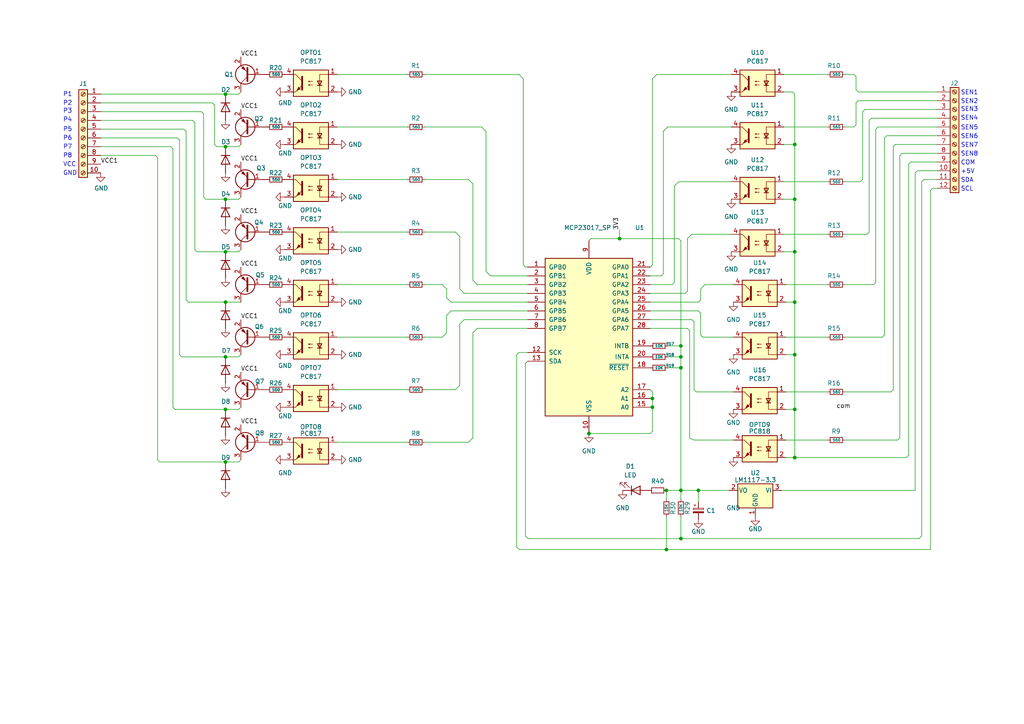
<source format=kicad_sch>
(kicad_sch (version 20250114) (generator "eeschema") (generator_version "9.0")
  (paper "A4")
  (lib_symbols
    (symbol "Connector:Screw_Terminal_01x10" (pin_names (offset 1.016) (hide yes))
      (property "Reference" "J" (at 0 12.7 0))
      (property "Value" "Screw_Terminal_01x10" (at 0 -15.24 0))
      (symbol "Screw_Terminal_01x10_1_1"
        (pin passive line (at -5.08 10.16 0) (length 3.81) (name "Pin_1") (number "1"))
        (pin passive line (at -5.08 7.62 0) (length 3.81) (name "Pin_2") (number "2"))
        (pin passive line (at -5.08 5.08 0) (length 3.81) (name "Pin_3") (number "3"))
        (pin passive line (at -5.08 2.54 0) (length 3.81) (name "Pin_4") (number "4"))
        (pin passive line (at -5.08 0 0) (length 3.81) (name "Pin_5") (number "5"))
        (pin passive line (at -5.08 -2.54 0) (length 3.81) (name "Pin_6") (number "6"))
        (pin passive line (at -5.08 -5.08 0) (length 3.81) (name "Pin_7") (number "7"))
        (pin passive line (at -5.08 -7.62 0) (length 3.81) (name "Pin_8") (number "8"))
        (pin passive line (at -5.08 -10.16 0) (length 3.81) (name "Pin_9") (number "9"))
        (pin passive line (at -5.08 -12.7 0) (length 3.81) (name "Pin_10") (number "10"))
      )
    )
    (symbol "Connector:Screw_Terminal_01x12" (pin_names (offset 1.016) (hide yes))
      (property "Reference" "J" (at 0 15.24 0))
      (property "Value" "Screw_Terminal_01x12" (at 0 -17.78 0))
      (symbol "Screw_Terminal_01x12_1_1"
        (pin passive line (at -5.08 12.7 0) (length 3.81) (name "Pin_1") (number "1"))
        (pin passive line (at -5.08 10.16 0) (length 3.81) (name "Pin_2") (number "2"))
        (pin passive line (at -5.08 7.62 0) (length 3.81) (name "Pin_3") (number "3"))
        (pin passive line (at -5.08 5.08 0) (length 3.81) (name "Pin_4") (number "4"))
        (pin passive line (at -5.08 2.54 0) (length 3.81) (name "Pin_5") (number "5"))
        (pin passive line (at -5.08 0 0) (length 3.81) (name "Pin_6") (number "6"))
        (pin passive line (at -5.08 -2.54 0) (length 3.81) (name "Pin_7") (number "7"))
        (pin passive line (at -5.08 -5.08 0) (length 3.81) (name "Pin_8") (number "8"))
        (pin passive line (at -5.08 -7.62 0) (length 3.81) (name "Pin_9") (number "9"))
        (pin passive line (at -5.08 -10.16 0) (length 3.81) (name "Pin_10") (number "10"))
        (pin passive line (at -5.08 -12.7 0) (length 3.81) (name "Pin_11") (number "11"))
        (pin passive line (at -5.08 -15.24 0) (length 3.81) (name "Pin_12") (number "12"))
      )
    )
    (symbol "Device:C_Polarized_Small" (pin_numbers (hide yes)) (pin_names (offset 0.254) (hide yes))
      (property "Reference" "C" (at 0.254 1.778 0))
      (property "Value" "C_Polarized_Small" (at 0.254 -2.032 0))
      (symbol "C_Polarized_Small_1_1"
        (pin passive line (at 0 2.54 270) (length 1.8542) (name "~") (number "1"))
        (pin passive line (at 0 -2.54 90) (length 1.8542) (name "~") (number "2"))
      )
    )
    (symbol "Device:LED" (pin_numbers (hide yes)) (pin_names (offset 1.016) (hide yes))
      (property "Reference" "D" (at 0 2.54 0))
      (property "Value" "LED" (at 0 -2.54 0))
      (symbol "LED_1_1"
        (pin passive line (at -3.81 0 0) (length 2.54) (name "K") (number "1"))
        (pin passive line (at 3.81 0 180) (length 2.54) (name "A") (number "2"))
      )
    )
    (symbol "Device:R_Small" (pin_numbers (hide yes)) (pin_names (offset 0.254) (hide yes))
      (property "Reference" "R" (at 0.762 0.508 0))
      (property "Value" "R_Small" (at 0.762 -1.016 0))
      (symbol "R_Small_1_1"
        (pin passive line (at 0 2.54 270) (length 0.762) (name "~") (number "1"))
        (pin passive line (at 0 -2.54 90) (length 0.762) (name "~") (number "2"))
      )
    )
    (symbol "Diode:1N4148" (pin_numbers (hide yes)) (pin_names (hide yes))
      (property "Reference" "D" (at 0 2.54 0))
      (property "Value" "1N4148" (at 0 -2.54 0))
      (symbol "1N4148_1_1"
        (pin passive line (at -3.81 0 0) (length 2.54) (name "K") (number "1"))
        (pin passive line (at 3.81 0 180) (length 2.54) (name "A") (number "2"))
      )
    )
    (symbol "Interface_Expansion:MCP23017_SP" (pin_names (offset 1.016))
      (property "Reference" "U1" (at -13.335 31.75 0))
      (property "Value" "MCP23017_SP" (at -10.16 31.75 0))
      (symbol "MCP23017_SP_1_1"
        (pin bidirectional line (at -17.78 20.32 0) (length 5.08) (name "GPA0") (number "21"))
        (pin bidirectional line (at -17.78 17.78 0) (length 5.08) (name "GPA1") (number "22"))
        (pin bidirectional line (at -17.78 15.24 0) (length 5.08) (name "GPA2") (number "23"))
        (pin bidirectional line (at -17.78 12.7 0) (length 5.08) (name "GPA3") (number "24"))
        (pin bidirectional line (at -17.78 10.16 0) (length 5.08) (name "GPA4") (number "25"))
        (pin bidirectional line (at -17.78 7.62 0) (length 5.08) (name "GPA5") (number "26"))
        (pin bidirectional line (at -17.78 5.08 0) (length 5.08) (name "GPA6") (number "27"))
        (pin bidirectional line (at -17.78 2.54 0) (length 5.08) (name "GPA7") (number "28"))
        (pin tri_state line (at -17.78 -2.54 0) (length 5.08) (name "INTB") (number "19"))
        (pin tri_state line (at -17.78 -5.715 0) (length 5.08) (name "INTA") (number "20"))
        (pin input line (at -17.78 -8.89 0) (length 5.08) (name "~{RESET}") (number "18"))
        (pin input line (at -17.78 -15.24 0) (length 5.08) (name "A2") (number "17"))
        (pin input line (at -17.78 -17.78 0) (length 5.08) (name "A1") (number "16"))
        (pin input line (at -17.78 -20.32 0) (length 5.08) (name "A0") (number "15"))
        (pin power_in line (at 0 27.94 270) (length 5.08) (name "VDD") (number "9"))
        (pin power_in line (at 0 -27.94 90) (length 5.08) (name "VSS") (number "10"))
        (pin bidirectional line (at 17.78 20.32 180) (length 5.08) (name "GPB0") (number "1"))
        (pin bidirectional line (at 17.78 17.78 180) (length 5.08) (name "GPB1") (number "2"))
        (pin bidirectional line (at 17.78 15.24 180) (length 5.08) (name "GPB2") (number "3"))
        (pin bidirectional line (at 17.78 12.7 180) (length 5.08) (name "GPB3") (number "4"))
        (pin bidirectional line (at 17.78 10.16 180) (length 5.08) (name "GPB4") (number "5"))
        (pin bidirectional line (at 17.78 7.62 180) (length 5.08) (name "GPB5") (number "6"))
        (pin bidirectional line (at 17.78 5.08 180) (length 5.08) (name "GPB6") (number "7"))
        (pin bidirectional line (at 17.78 2.54 180) (length 5.08) (name "GPB7") (number "8"))
        (pin input line (at 17.78 -4.445 180) (length 5.08) (name "SCK") (number "12"))
        (pin bidirectional line (at 17.78 -6.985 180) (length 5.08) (name "SDA") (number "13"))
        (pin no_connect line (at 17.78 -17.78 180) (length 5.08) (hide yes) (name "NC") (number "11"))
        (pin no_connect line (at 17.78 -20.32 180) (length 5.08) (hide yes) (name "NC") (number "14"))
      )
    )
    (symbol "Isolator:PC817" (pin_names (offset 1.016))
      (property "Reference" "U" (at -5.08 5.08 0))
      (property "Value" "PC817" (at 0 5.08 0))
      (symbol "PC817_1_1"
        (pin passive line (at -7.62 2.54 0) (length 2.54) (name "~") (number "1"))
        (pin passive line (at -7.62 -2.54 0) (length 2.54) (name "~") (number "2"))
        (pin passive line (at 7.62 2.54 180) (length 2.54) (name "~") (number "4"))
        (pin passive line (at 7.62 -2.54 180) (length 2.54) (name "~") (number "3"))
      )
    )
    (symbol "Q_PNP_BCE_2" (pin_names (offset 0) (hide yes))
      (property "Reference" "Q9" (at -4.445 0 0))
      (property "Value" "2N5401" (at -4.445 -2.54 0))
      (symbol "Q_PNP_BCE_2_1_1"
        (pin input line (at -5.08 0 0) (length 5.715) (name "B") (number "1"))
        (pin passive line (at 2.54 5.08 270) (length 2.54) (name "C") (number "3"))
        (pin passive line (at 2.54 -5.08 90) (length 2.54) (name "E") (number "2"))
      )
    )
    (symbol "Regulator_Linear:LM1117-3.3" (pin_names (offset 0.254))
      (property "Reference" "U" (at -3.81 3.175 0))
      (property "Value" "LM1117-3.3" (at 0 3.175 0))
      (symbol "LM1117-3.3_1_1"
        (pin power_in line (at -7.62 0 0) (length 2.54) (name "VI") (number "3"))
        (pin power_in line (at 0 -7.62 90) (length 2.54) (name "GND") (number "1"))
        (pin power_out line (at 7.62 0 180) (length 2.54) (name "VO") (number "2"))
      )
    )
    (symbol "power:GND" (power) (pin_names (offset 0))
      (property "Value" "GND" (at 0 -3.81 0))
      (symbol "GND_1_1"
        (pin power_in line (at 0 0 270) (length 0) (hide yes) (name "GND") (number "1"))
      )
    )
  )
  (text "VCC" (at 18.288 48.514 0) (effects (font (size 1.27 1.27)) (justify left bottom)))
  (text "P6" (at 18.288 40.894 0) (effects (font (size 1.27 1.27)) (justify left bottom)))
  (text "P5" (at 18.288 38.354 0) (effects (font (size 1.27 1.27)) (justify left bottom)))
  (text "SEN5" (at 278.638 37.846 0) (effects (font (size 1.27 1.27)) (justify left bottom)))
  (text "P4" (at 18.288 35.56 0) (effects (font (size 1.27 1.27)) (justify left bottom)))
  (text "SDA" (at 278.638 53.086 0) (effects (font (size 1.27 1.27)) (justify left bottom)))
  (text "P7" (at 18.288 43.434 0) (effects (font (size 1.27 1.27)) (justify left bottom)))
  (text "SEN3" (at 278.638 32.512 0) (effects (font (size 1.27 1.27)) (justify left bottom)))
  (text "COM" (at 278.638 48.006 0) (effects (font (size 1.27 1.27)) (justify left bottom)))
  (text "+5V" (at 278.638 50.546 0) (effects (font (size 1.27 1.27)) (justify left bottom)))
  (text "GND" (at 18.288 51.054 0) (effects (font (size 1.27 1.27)) (justify left bottom)))
  (text "P2" (at 18.288 30.734 0) (effects (font (size 1.27 1.27)) (justify left bottom)))
  (text "SEN6" (at 278.638 40.386 0) (effects (font (size 1.27 1.27)) (justify left bottom)))
  (text "SEN4" (at 278.638 35.052 0) (effects (font (size 1.27 1.27)) (justify left bottom)))
  (text "SCL" (at 278.638 55.626 0) (effects (font (size 1.27 1.27)) (justify left bottom)))
  (text "P3" (at 18.288 33.02 0) (effects (font (size 1.27 1.27)) (justify left bottom)))
  (text "P8" (at 18.288 45.974 0) (effects (font (size 1.27 1.27)) (justify left bottom)))
  (text "SEN8" (at 278.638 45.466 0) (effects (font (size 1.27 1.27)) (justify left bottom)))
  (text "P1" (at 18.288 28.194 0) (effects (font (size 1.27 1.27)) (justify left bottom)))
  (text "SEN1" (at 278.638 27.686 0) (effects (font (size 1.27 1.27)) (justify left bottom)))
  (text "SEN7" (at 278.638 42.926 0) (effects (font (size 1.27 1.27)) (justify left bottom)))
  (text "SEN2" (at 278.638 30.226 0) (effects (font (size 1.27 1.27)) (justify left bottom)))
  (junction (at 197.485 100.33))
  (junction (at 189.23 115.57))
  (junction (at 65.405 27.305))
  (junction (at 230.505 132.715))
  (junction (at 230.505 57.785))
  (junction (at 230.505 41.91))
  (junction (at 197.485 156.21))
  (junction (at 65.405 133.985))
  (junction (at 65.405 42.545))
  (junction (at 197.485 103.505))
  (junction (at 230.505 87.63))
  (junction (at 65.405 118.745))
  (junction (at 65.405 103.505))
  (junction (at 170.815 125.73))
  (junction (at 230.505 118.745))
  (junction (at 65.405 73.025))
  (junction (at 65.405 87.63))
  (junction (at 197.485 142.24))
  (junction (at 230.505 73.025))
  (junction (at 189.23 118.11))
  (junction (at 230.505 102.87))
  (junction (at 65.405 57.785))
  (junction (at 197.485 106.68))
  (junction (at 202.565 142.24))
  (junction (at 179.705 69.215))
  (junction (at 193.294 159.385))
  (junction (at 193.294 142.24))
  (wire (pts (xy 229.87 26.67) (xy 230.505 27.305)))
  (wire (pts (xy 118.11 67.31) (xy 97.79 67.31)))
  (wire (pts (xy 52.705 103.505) (xy 65.405 103.505)))
  (wire (pts (xy 134.62 92.71) (xy 133.35 93.98)))
  (wire (pts (xy 129.54 83.82) (xy 128.27 82.55)))
  (wire (pts (xy 197.485 149.86) (xy 197.485 156.21)))
  (wire (pts (xy 65.405 87.63) (xy 69.85 87.63)))
  (wire (pts (xy 58.42 32.385) (xy 59.055 33.02)))
  (wire (pts (xy 201.93 113.665) (xy 212.725 113.665)))
  (wire (pts (xy 252.095 34.925) (xy 252.73 34.29)))
  (wire (pts (xy 259.715 41.91) (xy 271.78 41.91)))
  (wire (pts (xy 202.565 90.17) (xy 203.2 90.805)))
  (wire (pts (xy 230.505 118.745) (xy 230.505 132.715)))
  (wire (pts (xy 137.16 127) (xy 135.89 128.27)))
  (wire (pts (xy 29.21 34.925) (xy 55.88 34.925)))
  (wire (pts (xy 264.16 46.99) (xy 271.78 46.99)))
  (wire (pts (xy 245.11 52.705) (xy 249.555 52.705)))
  (wire (pts (xy 50.165 118.11) (xy 50.8 118.745)))
  (wire (pts (xy 65.405 42.545) (xy 69.215 42.545)))
  (wire (pts (xy 260.985 127) (xy 260.35 127.635)))
  (wire (pts (xy 197.485 106.68) (xy 197.485 142.24)))
  (wire (pts (xy 248.285 26.035) (xy 248.92 26.67)))
  (wire (pts (xy 45.085 45.085) (xy 45.72 45.72)))
  (wire (pts (xy 245.11 127.635) (xy 260.35 127.635)))
  (wire (pts (xy 138.43 95.25) (xy 153.035 95.25)))
  (wire (pts (xy 202.565 145.542) (xy 202.565 142.24)))
  (wire (pts (xy 137.16 53.34) (xy 135.89 52.07)))
  (wire (pts (xy 250.19 52.07) (xy 250.19 32.385)))
  (wire (pts (xy 50.8 118.745) (xy 65.405 118.745)))
  (wire (pts (xy 230.505 102.87) (xy 230.505 118.745)))
  (wire (pts (xy 142.24 80.01) (xy 153.035 80.01)))
  (wire (pts (xy 128.27 97.79) (xy 123.19 97.79)))
  (wire (pts (xy 194.945 82.55) (xy 195.58 81.915)))
  (wire (pts (xy 197.485 156.21) (xy 266.573 156.21)))
  (wire (pts (xy 149.86 102.87) (xy 149.86 158.623)))
  (wire (pts (xy 153.162 156.21) (xy 197.485 156.21)))
  (wire (pts (xy 267.97 52.07) (xy 271.78 52.07)))
  (wire (pts (xy 227.965 87.63) (xy 230.505 87.63)))
  (wire (pts (xy 230.505 132.715) (xy 227.965 132.715)))
  (wire (pts (xy 69.215 133.985) (xy 69.85 133.35)))
  (wire (pts (xy 152.4 77.47) (xy 153.035 77.47)))
  (wire (pts (xy 247.65 21.59) (xy 248.285 22.225)))
  (wire (pts (xy 259.08 42.545) (xy 259.715 41.91)))
  (wire (pts (xy 254 37.465) (xy 254.635 36.83)))
  (wire (pts (xy 188.595 118.11) (xy 189.23 118.11)))
  (wire (pts (xy 250.825 31.75) (xy 271.78 31.75)))
  (wire (pts (xy 134.62 85.09) (xy 133.35 83.82)))
  (wire (pts (xy 193.675 103.505) (xy 197.485 103.505)))
  (wire (pts (xy 260.985 45.085) (xy 260.985 127)))
  (wire (pts (xy 196.85 52.705) (xy 212.09 52.705)))
  (wire (pts (xy 65.405 133.985) (xy 69.215 133.985)))
  (wire (pts (xy 189.23 22.86) (xy 189.23 76.835)))
  (wire (pts (xy 227.33 21.59) (xy 240.03 21.59)))
  (wire (pts (xy 252.73 34.29) (xy 271.78 34.29)))
  (wire (pts (xy 133.35 111.76) (xy 132.08 113.03)))
  (wire (pts (xy 149.86 158.623) (xy 150.622 159.385)))
  (wire (pts (xy 53.34 37.465) (xy 53.975 38.1)))
  (wire (pts (xy 129.54 86.36) (xy 129.54 83.82)))
  (wire (pts (xy 142.24 80.01) (xy 140.97 78.74)))
  (wire (pts (xy 59.055 33.02) (xy 59.055 57.15)))
  (wire (pts (xy 248.285 22.225) (xy 248.285 26.035)))
  (wire (pts (xy 179.705 66.675) (xy 179.705 69.215)))
  (wire (pts (xy 50.165 43.18) (xy 50.165 118.11)))
  (wire (pts (xy 201.295 113.03) (xy 201.93 113.665)))
  (wire (pts (xy 192.405 38.1) (xy 192.405 79.375)))
  (wire (pts (xy 261.62 44.45) (xy 271.78 44.45)))
  (wire (pts (xy 265.43 50.165) (xy 266.065 49.53)))
  (wire (pts (xy 45.72 133.35) (xy 46.355 133.985)))
  (wire (pts (xy 29.21 42.545) (xy 49.53 42.545)))
  (wire (pts (xy 52.07 102.87) (xy 52.705 103.505)))
  (wire (pts (xy 57.15 73.025) (xy 65.405 73.025)))
  (wire (pts (xy 191.77 80.01) (xy 192.405 79.375)))
  (wire (pts (xy 123.19 52.07) (xy 135.89 52.07)))
  (wire (pts (xy 179.705 69.215) (xy 196.85 69.215)))
  (wire (pts (xy 260.985 45.085) (xy 261.62 44.45)))
  (wire (pts (xy 201.295 127.635) (xy 212.725 127.635)))
  (wire (pts (xy 132.08 67.31) (xy 123.19 67.31)))
  (wire (pts (xy 193.675 100.33) (xy 197.485 100.33)))
  (wire (pts (xy 69.85 26.67) (xy 69.215 27.305)))
  (wire (pts (xy 251.46 67.945) (xy 252.095 67.31)))
  (wire (pts (xy 55.88 34.925) (xy 56.515 35.56)))
  (wire (pts (xy 62.865 42.545) (xy 65.405 42.545)))
  (wire (pts (xy 226.695 142.24) (xy 265.43 142.24)))
  (wire (pts (xy 65.405 27.305) (xy 69.215 27.305)))
  (wire (pts (xy 188.595 92.71) (xy 200.66 92.71)))
  (wire (pts (xy 29.21 45.085) (xy 45.085 45.085)))
  (wire (pts (xy 203.2 90.805) (xy 203.2 97.155)))
  (wire (pts (xy 138.43 95.25) (xy 137.16 96.52)))
  (wire (pts (xy 245.11 36.83) (xy 247.65 36.83)))
  (wire (pts (xy 62.23 41.91) (xy 62.865 42.545)))
  (wire (pts (xy 130.81 87.63) (xy 129.54 86.36)))
  (wire (pts (xy 188.595 95.25) (xy 199.39 95.25)))
  (wire (pts (xy 189.23 115.57) (xy 189.23 118.11)))
  (wire (pts (xy 188.595 80.01) (xy 191.77 80.01)))
  (wire (pts (xy 250.19 32.385) (xy 250.825 31.75)))
  (wire (pts (xy 269.875 55.245) (xy 269.875 159.385)))
  (wire (pts (xy 200.66 67.945) (xy 212.09 67.945)))
  (wire (pts (xy 199.39 95.25) (xy 200.025 95.885)))
  (wire (pts (xy 230.505 27.305) (xy 230.505 41.91)))
  (wire (pts (xy 137.16 96.52) (xy 137.16 127)))
  (wire (pts (xy 203.2 83.82) (xy 203.2 86.995)))
  (wire (pts (xy 134.62 92.71) (xy 153.035 92.71)))
  (wire (pts (xy 29.21 40.005) (xy 51.435 40.005)))
  (wire (pts (xy 254.635 36.83) (xy 271.78 36.83)))
  (wire (pts (xy 118.11 128.27) (xy 97.79 128.27)))
  (wire (pts (xy 271.78 54.61) (xy 270.51 54.61)))
  (wire (pts (xy 267.335 52.705) (xy 267.97 52.07)))
  (wire (pts (xy 263.525 47.625) (xy 263.525 132.08)))
  (wire (pts (xy 256.54 40.005) (xy 256.54 97.155)))
  (wire (pts (xy 249.555 52.705) (xy 250.19 52.07)))
  (wire (pts (xy 199.39 69.215) (xy 199.39 84.455)))
  (wire (pts (xy 29.21 37.465) (xy 53.34 37.465)))
  (wire (pts (xy 69.215 57.785) (xy 69.85 57.15)))
  (wire (pts (xy 130.81 87.63) (xy 153.035 87.63)))
  (wire (pts (xy 29.21 32.385) (xy 58.42 32.385)))
  (wire (pts (xy 193.675 36.83) (xy 212.09 36.83)))
  (wire (pts (xy 199.39 69.215) (xy 200.66 67.945)))
  (wire (pts (xy 140.97 38.1) (xy 139.7 36.83)))
  (wire (pts (xy 118.11 97.79) (xy 97.79 97.79)))
  (wire (pts (xy 132.08 113.03) (xy 123.19 113.03)))
  (wire (pts (xy 254 81.915) (xy 254 37.465)))
  (wire (pts (xy 118.11 52.07) (xy 97.79 52.07)))
  (wire (pts (xy 227.33 67.945) (xy 240.03 67.945)))
  (wire (pts (xy 153.035 104.775) (xy 152.4 105.41)))
  (wire (pts (xy 202.565 142.24) (xy 211.455 142.24)))
  (wire (pts (xy 69.215 103.505) (xy 69.85 102.87)))
  (wire (pts (xy 69.215 118.745) (xy 69.85 118.11)))
  (wire (pts (xy 201.295 93.345) (xy 201.295 113.03)))
  (wire (pts (xy 123.19 36.83) (xy 139.7 36.83)))
  (wire (pts (xy 248.285 29.845) (xy 248.92 29.21)))
  (wire (pts (xy 65.405 118.745) (xy 69.215 118.745)))
  (wire (pts (xy 188.595 125.73) (xy 189.23 125.095)))
  (wire (pts (xy 151.765 22.86) (xy 150.495 21.59)))
  (wire (pts (xy 197.485 142.24) (xy 193.294 142.24)))
  (wire (pts (xy 52.07 40.64) (xy 52.07 102.87)))
  (wire (pts (xy 54.61 87.63) (xy 65.405 87.63)))
  (wire (pts (xy 56.515 35.56) (xy 56.515 72.39)))
  (wire (pts (xy 46.355 133.985) (xy 65.405 133.985)))
  (wire (pts (xy 200.025 95.885) (xy 200.025 127)))
  (wire (pts (xy 140.97 78.74) (xy 140.97 38.1)))
  (wire (pts (xy 49.53 42.545) (xy 50.165 43.18)))
  (wire (pts (xy 138.43 82.55) (xy 137.16 81.28)))
  (wire (pts (xy 197.485 144.78) (xy 197.485 142.24)))
  (wire (pts (xy 227.965 82.55) (xy 240.03 82.55)))
  (wire (pts (xy 247.65 36.83) (xy 248.285 36.195)))
  (wire (pts (xy 248.285 36.195) (xy 248.285 29.845)))
  (wire (pts (xy 204.47 82.55) (xy 212.725 82.55)))
  (wire (pts (xy 203.835 97.79) (xy 212.725 97.79)))
  (wire (pts (xy 230.505 73.025) (xy 230.505 57.785)))
  (wire (pts (xy 262.89 132.715) (xy 230.505 132.715)))
  (wire (pts (xy 133.35 93.98) (xy 133.35 111.76)))
  (wire (pts (xy 227.33 36.83) (xy 240.03 36.83)))
  (wire (pts (xy 270.51 54.61) (xy 269.875 55.245)))
  (wire (pts (xy 151.765 22.86) (xy 151.765 76.835)))
  (wire (pts (xy 264.16 46.99) (xy 263.525 47.625)))
  (wire (pts (xy 203.2 97.155) (xy 203.835 97.79)))
  (wire (pts (xy 193.294 142.24) (xy 193.294 144.78)))
  (wire (pts (xy 245.11 67.945) (xy 251.46 67.945)))
  (wire (pts (xy 230.505 41.91) (xy 227.33 41.91)))
  (wire (pts (xy 53.975 86.995) (xy 54.61 87.63)))
  (wire (pts (xy 65.405 57.785) (xy 69.215 57.785)))
  (wire (pts (xy 53.975 38.1) (xy 53.975 86.995)))
  (wire (pts (xy 29.21 27.305) (xy 65.405 27.305)))
  (wire (pts (xy 150.495 102.235) (xy 153.035 102.235)))
  (wire (pts (xy 130.81 90.17) (xy 153.035 90.17)))
  (wire (pts (xy 138.43 82.55) (xy 153.035 82.55)))
  (wire (pts (xy 245.11 82.55) (xy 253.365 82.55)))
  (wire (pts (xy 130.81 90.17) (xy 129.54 91.44)))
  (wire (pts (xy 227.965 97.79) (xy 240.03 97.79)))
  (wire (pts (xy 248.92 29.21) (xy 271.78 29.21)))
  (wire (pts (xy 188.595 113.03) (xy 189.23 113.665)))
  (wire (pts (xy 69.215 73.025) (xy 69.85 72.39)))
  (wire (pts (xy 137.16 81.28) (xy 137.16 53.34)))
  (wire (pts (xy 188.595 77.47) (xy 189.23 76.835)))
  (wire (pts (xy 197.485 103.505) (xy 197.485 106.68)))
  (wire (pts (xy 128.27 82.55) (xy 123.19 82.55)))
  (wire (pts (xy 133.35 83.82) (xy 133.35 68.58)))
  (wire (pts (xy 188.595 125.73) (xy 170.815 125.73)))
  (wire (pts (xy 253.365 82.55) (xy 254 81.915)))
  (wire (pts (xy 123.19 21.59) (xy 150.495 21.59)))
  (wire (pts (xy 259.08 42.545) (xy 259.08 113.03)))
  (wire (pts (xy 97.79 21.59) (xy 118.11 21.59)))
  (wire (pts (xy 61.595 29.845) (xy 62.23 30.48)))
  (wire (pts (xy 188.595 115.57) (xy 189.23 115.57)))
  (wire (pts (xy 245.11 113.665) (xy 258.445 113.665)))
  (wire (pts (xy 227.965 127.635) (xy 240.03 127.635)))
  (wire (pts (xy 193.294 159.385) (xy 269.875 159.385)))
  (wire (pts (xy 197.485 100.33) (xy 197.485 103.505)))
  (wire (pts (xy 258.445 113.665) (xy 259.08 113.03)))
  (wire (pts (xy 227.965 118.745) (xy 230.505 118.745)))
  (wire (pts (xy 245.11 97.79) (xy 255.905 97.79)))
  (wire (pts (xy 133.35 68.58) (xy 132.08 67.31)))
  (wire (pts (xy 129.54 91.44) (xy 129.54 96.52)))
  (wire (pts (xy 118.11 36.83) (xy 97.79 36.83)))
  (wire (pts (xy 171.45 69.215) (xy 179.705 69.215)))
  (wire (pts (xy 152.4 105.41) (xy 152.4 155.448)))
  (wire (pts (xy 134.62 85.09) (xy 153.035 85.09)))
  (wire (pts (xy 188.595 82.55) (xy 194.945 82.55)))
  (wire (pts (xy 29.21 29.845) (xy 61.595 29.845)))
  (wire (pts (xy 170.815 69.85) (xy 171.45 69.215)))
  (wire (pts (xy 65.405 73.025) (xy 69.215 73.025)))
  (wire (pts (xy 266.573 156.21) (xy 267.335 155.448)))
  (wire (pts (xy 256.54 40.005) (xy 257.175 39.37)))
  (wire (pts (xy 45.72 45.72) (xy 45.72 133.35)))
  (wire (pts (xy 51.435 40.005) (xy 52.07 40.64)))
  (wire (pts (xy 200.66 92.71) (xy 201.295 93.345)))
  (wire (pts (xy 230.505 87.63) (xy 230.505 73.025)))
  (wire (pts (xy 230.505 102.87) (xy 230.505 87.63)))
  (wire (pts (xy 195.58 53.975) (xy 196.85 52.705)))
  (wire (pts (xy 62.23 30.48) (xy 62.23 41.91)))
  (wire (pts (xy 189.23 118.11) (xy 189.23 125.095)))
  (wire (pts (xy 202.565 87.63) (xy 203.2 86.995)))
  (wire (pts (xy 188.595 87.63) (xy 202.565 87.63)))
  (wire (pts (xy 197.485 142.24) (xy 202.565 142.24)))
  (wire (pts (xy 227.33 52.705) (xy 240.03 52.705)))
  (wire (pts (xy 230.505 57.785) (xy 230.505 41.91)))
  (wire (pts (xy 56.515 72.39) (xy 57.15 73.025)))
  (wire (pts (xy 151.765 76.835) (xy 152.4 77.47)))
  (wire (pts (xy 255.905 97.79) (xy 256.54 97.155)))
  (wire (pts (xy 118.11 82.55) (xy 97.79 82.55)))
  (wire (pts (xy 267.335 155.448) (xy 267.335 52.705)))
  (wire (pts (xy 135.89 128.27) (xy 123.19 128.27)))
  (wire (pts (xy 227.33 26.67) (xy 229.87 26.67)))
  (wire (pts (xy 59.69 57.785) (xy 65.405 57.785)))
  (wire (pts (xy 189.23 113.665) (xy 189.23 115.57)))
  (wire (pts (xy 265.43 50.165) (xy 265.43 142.24)))
  (wire (pts (xy 198.755 85.09) (xy 199.39 84.455)))
  (wire (pts (xy 204.47 82.55) (xy 203.2 83.82)))
  (wire (pts (xy 189.23 22.86) (xy 190.5 21.59)))
  (wire (pts (xy 188.595 90.17) (xy 202.565 90.17)))
  (wire (pts (xy 198.755 85.09) (xy 188.595 85.09)))
  (wire (pts (xy 266.065 49.53) (xy 271.78 49.53)))
  (wire (pts (xy 69.85 41.91) (xy 69.215 42.545)))
  (wire (pts (xy 190.5 21.59) (xy 212.09 21.59)))
  (wire (pts (xy 200.025 127) (xy 201.295 127.635)))
  (wire (pts (xy 227.965 102.87) (xy 230.505 102.87)))
  (wire (pts (xy 197.485 69.85) (xy 197.485 100.33)))
  (wire (pts (xy 193.675 106.68) (xy 197.485 106.68)))
  (wire (pts (xy 245.11 21.59) (xy 247.65 21.59)))
  (wire (pts (xy 227.965 113.665) (xy 240.03 113.665)))
  (wire (pts (xy 192.405 38.1) (xy 193.675 36.83)))
  (wire (pts (xy 252.095 67.31) (xy 252.095 34.925)))
  (wire (pts (xy 263.525 132.08) (xy 262.89 132.715)))
  (wire (pts (xy 65.405 103.505) (xy 69.215 103.505)))
  (wire (pts (xy 227.33 73.025) (xy 230.505 73.025)))
  (wire (pts (xy 227.33 57.785) (xy 230.505 57.785)))
  (wire (pts (xy 152.4 155.448) (xy 153.162 156.21)))
  (wire (pts (xy 59.055 57.15) (xy 59.69 57.785)))
  (wire (pts (xy 195.58 81.915) (xy 195.58 53.975)))
  (wire (pts (xy 248.92 26.67) (xy 271.78 26.67)))
  (wire (pts (xy 149.86 102.87) (xy 150.495 102.235)))
  (wire (pts (xy 129.54 96.52) (xy 128.27 97.79)))
  (wire (pts (xy 193.294 159.385) (xy 150.622 159.385)))
  (wire (pts (xy 257.175 39.37) (xy 271.78 39.37)))
  (wire (pts (xy 196.85 69.215) (xy 197.485 69.85)))
  (wire (pts (xy 118.11 113.03) (xy 97.79 113.03)))
  (wire (pts (xy 193.294 149.86) (xy 193.294 159.385)))
  (label "VCC1" (at 69.85 123.19 0))
  (label "VCC1" (at 69.85 107.95 0))
  (label "VCC1" (at 69.85 16.51 0))
  (label "VCC1" (at 69.85 77.47 0))
  (label "VCC1" (at 69.85 92.71 0))
  (label "3V3" (at 179.705 66.675 90))
  (label "com" (at 242.57 118.745 0))
  (label "VCC1" (at 69.85 46.99 0))
  (label "VCC1" (at 69.85 31.75 0))
  (label "VCC1" (at 69.85 62.23 0))
  (label "VCC1" (at 29.21 47.625 0))
  (symbol (lib_id "Device:R_Small") (at 120.65 82.55 90) (unit 1)
    (property "Reference" "R5" (at 121.92 80.01 90) (effects (justify left)))
    (property "Value" "560" (at 121.92 82.55 90) (effects (font (size 0.8 0.8)) (justify left)))
    (property "Footprint" "Resistor_SMD:R_0805_2012Metric" (effects (hide yes)))
  )
  (symbol (lib_id "power:GND") (at 65.405 65.405 0) (unit 1)
    (property "Reference" "#PWR0112" (effects (hide yes)))
    (property "Value" "GND" (effects (hide yes)))
  )
  (symbol (lib_id "Device:R_Small") (at 242.57 97.79 90) (unit 1)
    (property "Reference" "R15" (at 243.84 95.25 90) (effects (justify left)))
    (property "Value" "560" (at 243.84 97.79 90) (effects (font (size 0.8 0.8)) (justify left)))
    (property "Footprint" "Resistor_SMD:R_0805_2012Metric" (effects (hide yes)))
  )
  (symbol (lib_id "Connector:Screw_Terminal_01x12") (at 276.86 39.37 0) (unit 1)
    (property "Reference" "J2" (at 275.59 24.13 0) (effects (justify left)))
    (property "Value" "Screw_Terminal_01x12" (effects (hide yes)))
    (property "Footprint" "TerminalBlock_Phoenix:TerminalBlock_Phoenix_MKDS-1,5-12-5.08_1x12_P5.08mm_Horizontal" (effects (hide yes)))
  )
  (symbol (lib_id "Isolator:PC817") (at 90.17 24.13 0) (mirror y) (unit 1)
    (property "Reference" "OPTO1" (at 90.17 15.24 0))
    (property "Value" "PC817" (at 90.17 17.78 0))
    (property "Footprint" "my_footprint:SO-4_7.6x3.6mm_P2.54mm_1234" (effects (hide yes)))
    (property "Datasheet" "http://www.soselectronic.cz/a_info/resource/d/pc817.pdf" (effects (hide yes)))
  )
  (symbol (lib_id "Device:R_Small") (at 80.01 21.59 90) (unit 1)
    (property "Reference" "R20" (at 81.915 19.685 90) (effects (justify left)))
    (property "Value" "560" (at 81.28 21.59 90) (effects (font (size 0.8 0.8)) (justify left)))
    (property "Footprint" "Resistor_SMD:R_0805_2012Metric" (effects (hide yes)))
  )
  (symbol (lib_id "Isolator:PC817") (at 219.71 24.13 0) (mirror y) (unit 1)
    (property "Reference" "U10" (at 219.71 15.24 0))
    (property "Value" "PC817" (at 219.71 17.78 0))
    (property "Footprint" "my_footprint:SO-4_7.6x3.6mm_P2.54mm_1234" (effects (hide yes)))
    (property "Datasheet" "http://www.soselectronic.cz/a_info/resource/d/pc817.pdf" (effects (hide yes)))
  )
  (symbol (lib_id "power:GND") (at 82.55 102.87 270) (unit 1)
    (property "Reference" "#PWR0117" (effects (hide yes)))
    (property "Value" "GND" (at 80.645 106.045 90) (effects (justify left)))
  )
  (symbol (lib_id "Isolator:PC817") (at 220.345 116.205 0) (mirror y) (unit 1)
    (property "Reference" "U16" (at 220.345 107.315 0))
    (property "Value" "PC817" (at 220.345 109.855 0))
    (property "Footprint" "my_footprint:SO-4_7.6x3.6mm_P2.54mm_1234" (effects (hide yes)))
    (property "Datasheet" "http://www.soselectronic.cz/a_info/resource/d/pc817.pdf" (effects (hide yes)))
  )
  (symbol (lib_id "Device:R_Small") (at 191.135 106.68 90) (unit 1)
    (property "Reference" "R19" (at 195.58 106.045 90) (effects (font (size 0.8 0.8)) (justify left)))
    (property "Value" "10K" (at 192.405 106.68 90) (effects (font (size 0.8 0.8)) (justify left)))
    (property "Footprint" "Resistor_SMD:R_0805_2012Metric" (effects (hide yes)))
  )
  (symbol (lib_id "Diode:1N4148") (at 65.405 122.555 270) (unit 1)
    (property "Reference" "D8" (at 64.135 116.459 90) (effects (justify left)))
    (property "Value" "1N4148" (effects (hide yes)))
    (property "Footprint" "Diode_SMD:D_1206_3216Metric" (effects (hide yes)))
    (property "Datasheet" "https://assets.nexperia.com/documents/data-sheet/1N4148_1N4448.pdf" (effects (hide yes)))
  )
  (symbol (lib_id "power:GND") (at 65.405 126.365 0) (unit 1)
    (property "Reference" "#PWR0121" (effects (hide yes)))
    (property "Value" "GND" (effects (hide yes)))
  )
  (symbol (lib_id "power:GND") (at 212.725 118.745 0) (unit 1)
    (property "Reference" "#PWR0135" (effects (hide yes)))
    (property "Value" "GND" (at 212.725 122.555 0))
  )
  (symbol (lib_id "power:GND") (at 212.09 26.67 0) (unit 1)
    (property "Reference" "#PWR0129" (effects (hide yes)))
    (property "Value" "GND" (at 212.09 31.75 0))
  )
  (symbol (lib_id "power:GND") (at 97.79 118.11 90) (unit 1)
    (property "Reference" "#PWR0116" (effects (hide yes)))
    (property "Value" "GND" (at 100.965 118.1099 90) (effects (justify right)))
  )
  (symbol (lib_id "Device:R_Small") (at 120.65 36.83 90) (unit 1)
    (property "Reference" "R2" (at 121.92 34.29 90) (effects (justify left)))
    (property "Value" "560" (at 121.92 36.83 90) (effects (font (size 0.8 0.8)) (justify left)))
    (property "Footprint" "Resistor_SMD:R_0805_2012Metric" (effects (hide yes)))
  )
  (symbol (lib_id "power:GND") (at 97.79 26.67 90) (unit 1)
    (property "Reference" "#PWR0128" (effects (hide yes)))
    (property "Value" "GND" (at 100.965 26.6699 90) (effects (justify right)))
  )
  (symbol (lib_id "Isolator:PC817") (at 90.17 39.37 0) (mirror y) (unit 1)
    (property "Reference" "OPTO2" (at 90.17 30.48 0))
    (property "Value" "PC817" (at 90.17 33.02 0))
    (property "Footprint" "my_footprint:SO-4_7.6x3.6mm_P2.54mm_1234" (effects (hide yes)))
    (property "Datasheet" "http://www.soselectronic.cz/a_info/resource/d/pc817.pdf" (effects (hide yes)))
  )
  (symbol (lib_id "Device:R_Small") (at 242.57 67.945 90) (unit 1)
    (property "Reference" "R13" (at 243.84 65.405 90) (effects (justify left)))
    (property "Value" "560" (at 243.84 67.945 90) (effects (font (size 0.8 0.8)) (justify left)))
    (property "Footprint" "Resistor_SMD:R_0805_2012Metric" (effects (hide yes)))
  )
  (symbol (lib_id "Device:R_Small") (at 120.65 67.31 90) (unit 1)
    (property "Reference" "R4" (at 121.92 64.77 90) (effects (justify left)))
    (property "Value" "560" (at 121.92 67.31 90) (effects (font (size 0.8 0.8)) (justify left)))
    (property "Footprint" "Resistor_SMD:R_0805_2012Metric" (effects (hide yes)))
  )
  (symbol (lib_id "Isolator:PC817") (at 90.17 85.09 0) (mirror y) (unit 1)
    (property "Reference" "OPTO5" (at 90.17 76.2 0))
    (property "Value" "PC817" (at 90.17 78.74 0))
    (property "Footprint" "my_footprint:SO-4_7.6x3.6mm_P2.54mm_1234" (effects (hide yes)))
    (property "Datasheet" "http://www.soselectronic.cz/a_info/resource/d/pc817.pdf" (effects (hide yes)))
  )
  (symbol (lib_id "Device:R_Small") (at 120.65 128.27 90) (unit 1)
    (property "Reference" "R8" (at 121.92 125.73 90) (effects (justify left)))
    (property "Value" "560" (at 121.92 128.27 90) (effects (font (size 0.8 0.8)) (justify left)))
    (property "Footprint" "Resistor_SMD:R_0805_2012Metric" (effects (hide yes)))
  )
  (symbol (lib_id "power:GND") (at 29.21 50.165 0) (unit 1)
    (property "Reference" "#PWR0105" (effects (hide yes)))
    (property "Value" "GND" (at 27.305 54.61 0) (effects (justify left)))
  )
  (symbol (lib_id "Device:R_Small") (at 242.57 21.59 90) (unit 1)
    (property "Reference" "R10" (at 243.84 19.05 90) (effects (justify left)))
    (property "Value" "560" (at 243.84 21.59 90) (effects (font (size 0.8 0.8)) (justify left)))
    (property "Footprint" "Resistor_SMD:R_0805_2012Metric" (effects (hide yes)))
  )
  (symbol (lib_id "power:GND") (at 97.79 72.39 90) (unit 1)
    (property "Reference" "#PWR0125" (effects (hide yes)))
    (property "Value" "GND" (at 100.965 72.3899 90) (effects (justify right)))
  )
  (symbol (lib_id "Interface_Expansion:MCP23017_SP") (at 170.815 97.79 0) (mirror y) (unit 1)
    (property "Reference" "U1" (at 184.15 66.04 0) (effects (justify right)))
    (property "Value" "MCP23017_SP" (at 163.576 66.04 0) (effects (justify right)))
    (property "Footprint" "Package_DIP:DIP-28_W7.62mm" (effects (hide yes)))
    (property "Datasheet" "http://ww1.microchip.com/downloads/en/DeviceDoc/20001952C.pdf" (effects (hide yes)))
  )
  (symbol (lib_id "Diode:1N4148") (at 65.405 137.795 270) (unit 1)
    (property "Reference" "D9" (at 64.135 132.715 90) (effects (justify left)))
    (property "Value" "1N4148" (effects (hide yes)))
    (property "Footprint" "Diode_SMD:D_1206_3216Metric" (effects (hide yes)))
    (property "Datasheet" "https://assets.nexperia.com/documents/data-sheet/1N4148_1N4448.pdf" (effects (hide yes)))
  )
  (symbol (lib_id "Device:R_Small") (at 80.01 82.55 90) (unit 1)
    (property "Reference" "R24" (at 81.915 80.645 90) (effects (justify left)))
    (property "Value" "560" (at 81.28 82.55 90) (effects (font (size 0.8 0.8)) (justify left)))
    (property "Footprint" "Resistor_SMD:R_0805_2012Metric" (effects (hide yes)))
  )
  (symbol (lib_id "Device:LED") (at 184.404 142.24 0) (mirror x) (unit 1)
    (property "Reference" "D1" (at 182.8165 135.255 0))
    (property "Value" "LED" (at 182.8165 137.795 0))
    (property "Footprint" "LED_THT:LED_D5.0mm" (effects (hide yes)))
  )
  (symbol (lib_id "Diode:1N4148") (at 65.405 31.115 270) (unit 1)
    (property "Reference" "D2" (at 64.135 26.035 90) (effects (justify left)))
    (property "Value" "1N4148" (effects (hide yes)))
    (property "Footprint" "Diode_SMD:D_1206_3216Metric" (effects (hide yes)))
    (property "Datasheet" "https://assets.nexperia.com/documents/data-sheet/1N4148_1N4448.pdf" (effects (hide yes)))
  )
  (symbol (lib_name "Q_PNP_BCE_2") (lib_id "Device:Q_PNP_BCE") (at 72.39 128.27 180) (unit 1)
    (property "Reference" "Q8" (at 76.708 125.603 0) (effects (justify left)))
    (property "Value" "2N5401" (effects (hide yes)))
    (property "Footprint" "Package_TO_SOT_SMD:SOT-23" (effects (hide yes)))
  )
  (symbol (lib_id "Isolator:PC817") (at 219.71 70.485 0) (mirror y) (unit 1)
    (property "Reference" "U13" (at 219.71 61.595 0))
    (property "Value" "PC817" (at 219.71 64.135 0))
    (property "Footprint" "my_footprint:SO-4_7.6x3.6mm_P2.54mm_1234" (effects (hide yes)))
    (property "Datasheet" "http://www.soselectronic.cz/a_info/resource/d/pc817.pdf" (effects (hide yes)))
  )
  (symbol (lib_name "Q_PNP_BCE_2") (lib_id "Device:Q_PNP_BCE") (at 72.39 67.31 180) (unit 1)
    (property "Reference" "Q4" (at 76.454 64.516 0) (effects (justify left)))
    (property "Value" "2N5401" (effects (hide yes)))
    (property "Footprint" "Package_TO_SOT_SMD:SOT-23" (effects (hide yes)))
  )
  (symbol (lib_id "power:GND") (at 82.55 57.15 270) (unit 1)
    (property "Reference" "#PWR0106" (effects (hide yes)))
    (property "Value" "GND" (at 80.645 59.69 90) (effects (justify left)))
  )
  (symbol (lib_name "Q_PNP_BCE_2") (lib_id "Device:Q_PNP_BCE") (at 72.39 113.03 180) (unit 1)
    (property "Reference" "Q7" (at 76.708 110.617 0) (effects (justify left)))
    (property "Value" "2N5401" (effects (hide yes)))
    (property "Footprint" "Package_TO_SOT_SMD:SOT-23" (effects (hide yes)))
  )
  (symbol (lib_id "Device:R_Small") (at 197.485 147.32 180) (unit 1)
    (property "Reference" "R29" (at 199.39 145.415 90) (effects (justify left)))
    (property "Value" "10K" (at 197.485 146.05 90) (effects (font (size 0.8 0.8)) (justify left)))
    (property "Footprint" "Resistor_SMD:R_0805_2012Metric" (effects (hide yes)))
  )
  (symbol (lib_name "Q_PNP_BCE_2") (lib_id "Device:Q_PNP_BCE") (at 72.39 52.07 180) (unit 1)
    (property "Reference" "Q3" (at 77.089 48.768 0) (effects (justify left)))
    (property "Value" "2N5401" (effects (hide yes)))
    (property "Footprint" "Package_TO_SOT_SMD:SOT-23" (effects (hide yes)))
  )
  (symbol (lib_name "Q_PNP_BCE_2") (lib_id "Device:Q_PNP_BCE") (at 72.39 21.59 180) (unit 1)
    (property "Reference" "Q1" (at 67.818 21.59 0) (effects (justify left)))
    (property "Value" "2N5401" (effects (hide yes)))
    (property "Footprint" "Package_TO_SOT_SMD:SOT-23" (effects (hide yes)))
  )
  (symbol (lib_id "Device:R_Small") (at 191.135 103.505 90) (unit 1)
    (property "Reference" "R18" (at 195.58 102.87 90) (effects (font (size 0.8 0.8)) (justify left)))
    (property "Value" "10K" (at 192.405 103.505 90) (effects (font (size 0.8 0.8)) (justify left)))
    (property "Footprint" "Resistor_SMD:R_0805_2012Metric" (effects (hide yes)))
  )
  (symbol (lib_id "Isolator:PC817") (at 219.71 39.37 0) (mirror y) (unit 1)
    (property "Reference" "U11" (at 219.71 30.48 0))
    (property "Value" "PC817" (at 219.71 33.02 0))
    (property "Footprint" "my_footprint:SO-4_7.6x3.6mm_P2.54mm_1234" (effects (hide yes)))
    (property "Datasheet" "http://www.soselectronic.cz/a_info/resource/d/pc817.pdf" (effects (hide yes)))
  )
  (symbol (lib_id "power:GND") (at 212.725 87.63 0) (unit 1)
    (property "Reference" "#PWR0133" (effects (hide yes)))
    (property "Value" "GND" (at 212.725 92.71 0))
  )
  (symbol (lib_id "power:GND") (at 82.55 41.91 270) (unit 1)
    (property "Reference" "#PWR0102" (effects (hide yes)))
    (property "Value" "GND" (at 80.645 44.45 90) (effects (justify left)))
  )
  (symbol (lib_id "Device:R_Small") (at 80.01 36.83 90) (unit 1)
    (property "Reference" "R21" (at 81.915 34.925 90) (effects (justify left)))
    (property "Value" "560" (at 81.28 36.83 90) (effects (font (size 0.8 0.8)) (justify left)))
    (property "Footprint" "Resistor_SMD:R_0805_2012Metric" (effects (hide yes)))
  )
  (symbol (lib_id "Device:R_Small") (at 120.65 97.79 90) (unit 1)
    (property "Reference" "R6" (at 121.92 95.25 90) (effects (justify left)))
    (property "Value" "560" (at 121.92 97.79 90) (effects (font (size 0.8 0.8)) (justify left)))
    (property "Footprint" "Resistor_SMD:R_0805_2012Metric" (effects (hide yes)))
  )
  (symbol (lib_id "power:GND") (at 202.565 150.622 0) (unit 1)
    (property "Reference" "#PWR0136" (effects (hide yes)))
    (property "Value" "GND" (at 202.565 154.178 0))
  )
  (symbol (lib_id "power:GND") (at 82.55 133.35 270) (unit 1)
    (property "Reference" "#PWR0113" (effects (hide yes)))
    (property "Value" "GND" (at 80.645 137.16 90) (effects (justify left)))
  )
  (symbol (lib_id "power:GND") (at 82.55 72.39 270) (unit 1)
    (property "Reference" "#PWR0107" (effects (hide yes)))
    (property "Value" "GND" (at 80.645 74.93 90) (effects (justify left)))
  )
  (symbol (lib_id "Isolator:PC817") (at 90.17 100.33 0) (mirror y) (unit 1)
    (property "Reference" "OPTO6" (at 90.17 91.44 0))
    (property "Value" "PC817" (at 90.17 93.98 0))
    (property "Footprint" "my_footprint:SO-4_7.6x3.6mm_P2.54mm_1234" (effects (hide yes)))
    (property "Datasheet" "http://www.soselectronic.cz/a_info/resource/d/pc817.pdf" (effects (hide yes)))
  )
  (symbol (lib_id "Device:R_Small") (at 190.754 142.24 270) (mirror x) (unit 1)
    (property "Reference" "R40" (at 190.754 139.573 90))
    (property "Value" "R_Small" (effects (hide yes)))
    (property "Footprint" "Resistor_THT:R_Axial_DIN0207_L6.3mm_D2.5mm_P7.62mm_Horizontal" (effects (hide yes)))
  )
  (symbol (lib_id "Device:R_Small") (at 120.65 52.07 90) (unit 1)
    (property "Reference" "R3" (at 121.92 49.53 90) (effects (justify left)))
    (property "Value" "560" (at 121.92 52.07 90) (effects (font (size 0.8 0.8)) (justify left)))
    (property "Footprint" "Resistor_SMD:R_0805_2012Metric" (effects (hide yes)))
  )
  (symbol (lib_id "Device:R_Small") (at 80.01 52.07 90) (unit 1)
    (property "Reference" "R22" (at 81.915 50.165 90) (effects (justify left)))
    (property "Value" "560" (at 81.28 52.07 90) (effects (font (size 0.8 0.8)) (justify left)))
    (property "Footprint" "Resistor_SMD:R_0805_2012Metric" (effects (hide yes)))
  )
  (symbol (lib_id "power:GND") (at 212.09 57.785 0) (unit 1)
    (property "Reference" "#PWR0132" (effects (hide yes)))
    (property "Value" "GND" (at 212.09 62.865 0))
  )
  (symbol (lib_id "Regulator_Linear:LM1117-3.3") (at 219.075 142.24 0) (mirror y) (unit 1)
    (property "Reference" "U2" (at 219.075 137.16 0))
    (property "Value" "LM1117-3.3" (at 219.075 139.192 0))
    (property "Footprint" "Package_TO_SOT_SMD:SOT-223-3_TabPin2" (effects (hide yes)))
    (property "Datasheet" "http://www.ti.com/lit/ds/symlink/lm1117.pdf" (effects (hide yes)))
  )
  (symbol (lib_id "power:GND") (at 97.79 102.87 90) (unit 1)
    (property "Reference" "#PWR0115" (effects (hide yes)))
    (property "Value" "GND" (at 100.965 102.8699 90) (effects (justify right)))
  )
  (symbol (lib_id "Device:R_Small") (at 242.57 52.705 90) (unit 1)
    (property "Reference" "R12" (at 243.84 50.165 90) (effects (justify left)))
    (property "Value" "560" (at 243.84 52.705 90) (effects (font (size 0.8 0.8)) (justify left)))
    (property "Footprint" "Resistor_SMD:R_0805_2012Metric" (effects (hide yes)))
  )
  (symbol (lib_id "power:GND") (at 97.79 41.91 90) (unit 1)
    (property "Reference" "#PWR0126" (effects (hide yes)))
    (property "Value" "GND" (at 100.965 41.9099 90) (effects (justify right)))
  )
  (symbol (lib_id "Isolator:PC817") (at 219.71 55.245 0) (mirror y) (unit 1)
    (property "Reference" "U12" (at 219.71 46.355 0))
    (property "Value" "PC817" (at 219.71 48.895 0))
    (property "Footprint" "my_footprint:SO-4_7.6x3.6mm_P2.54mm_1234" (effects (hide yes)))
    (property "Datasheet" "http://www.soselectronic.cz/a_info/resource/d/pc817.pdf" (effects (hide yes)))
  )
  (symbol (lib_id "Device:R_Small") (at 242.57 127.635 90) (unit 1)
    (property "Reference" "R9" (at 243.84 125.095 90) (effects (justify left)))
    (property "Value" "560" (at 243.84 127.635 90) (effects (font (size 0.8 0.8)) (justify left)))
    (property "Footprint" "Resistor_SMD:R_0805_2012Metric" (effects (hide yes)))
  )
  (symbol (lib_id "power:GND") (at 97.79 57.15 90) (unit 1)
    (property "Reference" "#PWR0127" (effects (hide yes)))
    (property "Value" "GND" (at 100.965 57.1499 90) (effects (justify right)))
  )
  (symbol (lib_id "power:GND") (at 212.09 41.91 0) (unit 1)
    (property "Reference" "#PWR0131" (effects (hide yes)))
    (property "Value" "GND" (at 212.09 46.99 0))
  )
  (symbol (lib_id "Isolator:PC817") (at 220.345 130.175 0) (mirror y) (unit 1)
    (property "Reference" "OPTO9" (at 220.345 123.19 0))
    (property "Value" "PC818" (at 220.345 125.095 0))
    (property "Footprint" "my_footprint:SO-4_7.6x3.6mm_P2.54mm_1234" (effects (hide yes)))
    (property "Datasheet" "http://www.soselectronic.cz/a_info/resource/d/pc817.pdf" (effects (hide yes)))
  )
  (symbol (lib_id "power:GND") (at 170.815 125.73 0) (unit 1)
    (property "Reference" "#PWR0138" (effects (hide yes)))
    (property "Value" "GND" (at 170.815 130.81 0))
  )
  (symbol (lib_id "power:GND") (at 65.405 50.165 0) (unit 1)
    (property "Reference" "#PWR0109" (effects (hide yes)))
    (property "Value" "GND" (effects (hide yes)))
  )
  (symbol (lib_id "power:GND") (at 82.55 118.11 270) (unit 1)
    (property "Reference" "#PWR0118" (effects (hide yes)))
    (property "Value" "GND" (at 80.645 120.65 90) (effects (justify left)))
  )
  (symbol (lib_id "Device:R_Small") (at 80.01 67.31 90) (unit 1)
    (property "Reference" "R23" (at 81.915 65.405 90) (effects (justify left)))
    (property "Value" "560" (at 81.28 67.31 90) (effects (font (size 0.8 0.8)) (justify left)))
    (property "Footprint" "Resistor_SMD:R_0805_2012Metric" (effects (hide yes)))
  )
  (symbol (lib_id "power:GND") (at 97.79 87.63 90) (unit 1)
    (property "Reference" "#PWR0124" (effects (hide yes)))
    (property "Value" "GND" (at 100.965 87.6299 90) (effects (justify right)))
  )
  (symbol (lib_id "Isolator:PC817") (at 90.17 69.85 0) (mirror y) (unit 1)
    (property "Reference" "OPTO4" (at 90.17 60.96 0))
    (property "Value" "PC817" (at 90.17 63.5 0))
    (property "Footprint" "my_footprint:SO-4_7.6x3.6mm_P2.54mm_1234" (effects (hide yes)))
    (property "Datasheet" "http://www.soselectronic.cz/a_info/resource/d/pc817.pdf" (effects (hide yes)))
  )
  (symbol (lib_id "Device:R_Small") (at 80.01 128.27 90) (unit 1)
    (property "Reference" "R27" (at 81.915 126.365 90) (effects (justify left)))
    (property "Value" "560" (at 81.28 128.27 90) (effects (font (size 0.8 0.8)) (justify left)))
    (property "Footprint" "Resistor_SMD:R_0805_2012Metric" (effects (hide yes)))
  )
  (symbol (lib_name "Q_PNP_BCE_2") (lib_id "Device:Q_PNP_BCE") (at 72.39 36.83 180) (unit 1)
    (property "Reference" "Q2" (at 76.454 34.417 0) (effects (justify left)))
    (property "Value" "2N5401" (effects (hide yes)))
    (property "Footprint" "Package_TO_SOT_SMD:SOT-23" (effects (hide yes)))
  )
  (symbol (lib_id "Device:C_Polarized_Small") (at 202.565 148.082 0) (unit 1)
    (property "Reference" "C1" (at 204.851 148.082 0) (effects (justify left)))
    (property "Value" "C_Polarized_Small" (effects (hide yes)))
    (property "Footprint" "Capacitor_THT:CP_Radial_D5.0mm_P2.50mm" (effects (hide yes)))
  )
  (symbol (lib_id "Device:R_Small") (at 191.135 100.33 90) (unit 1)
    (property "Reference" "R17" (at 195.58 99.695 90) (effects (font (size 0.8 0.8)) (justify left)))
    (property "Value" "10K" (at 192.405 100.33 90) (effects (font (size 0.8 0.8)) (justify left)))
    (property "Footprint" "Resistor_SMD:R_0805_2012Metric" (effects (hide yes)))
  )
  (symbol (lib_id "Connector:Screw_Terminal_01x10") (at 24.13 37.465 0) (mirror y) (unit 1)
    (property "Reference" "J1" (at 24.13 24.257 0))
    (property "Value" "Screw_Terminal_01x10" (effects (hide yes)))
    (property "Footprint" "TerminalBlock_Phoenix:TerminalBlock_Phoenix_MKDS-1,5-10-5.08_1x10_P5.08mm_Horizontal" (effects (hide yes)))
  )
  (symbol (lib_id "Isolator:PC817") (at 220.345 85.09 0) (mirror y) (unit 1)
    (property "Reference" "U14" (at 220.345 76.2 0))
    (property "Value" "PC817" (at 220.345 78.74 0))
    (property "Footprint" "my_footprint:SO-4_7.6x3.6mm_P2.54mm_1234" (effects (hide yes)))
    (property "Datasheet" "http://www.soselectronic.cz/a_info/resource/d/pc817.pdf" (effects (hide yes)))
  )
  (symbol (lib_id "power:GND") (at 65.405 141.605 0) (unit 1)
    (property "Reference" "#PWR0120" (effects (hide yes)))
    (property "Value" "GND" (effects (hide yes)))
  )
  (symbol (lib_id "power:GND") (at 65.405 111.125 0) (unit 1)
    (property "Reference" "#PWR?" (effects (hide yes)))
    (property "Value" "GND" (effects (hide yes)))
  )
  (symbol (lib_id "Isolator:PC817") (at 90.17 130.81 0) (mirror y) (unit 1)
    (property "Reference" "OPTO8" (at 90.17 123.825 0))
    (property "Value" "PC817" (at 90.17 125.73 0))
    (property "Footprint" "my_footprint:SO-4_7.6x3.6mm_P2.54mm_1234" (effects (hide yes)))
    (property "Datasheet" "http://www.soselectronic.cz/a_info/resource/d/pc817.pdf" (effects (hide yes)))
  )
  (symbol (lib_id "power:GND") (at 65.405 80.645 0) (unit 1)
    (property "Reference" "#PWR0119" (effects (hide yes)))
    (property "Value" "GND" (effects (hide yes)))
  )
  (symbol (lib_id "Isolator:PC817") (at 90.17 115.57 0) (mirror y) (unit 1)
    (property "Reference" "OPTO7" (at 90.17 106.68 0))
    (property "Value" "PC817" (at 90.17 109.22 0))
    (property "Footprint" "my_footprint:SO-4_7.6x3.6mm_P2.54mm_1234" (effects (hide yes)))
    (property "Datasheet" "http://www.soselectronic.cz/a_info/resource/d/pc817.pdf" (effects (hide yes)))
  )
  (symbol (lib_id "Diode:1N4148") (at 65.405 107.315 270) (unit 1)
    (property "Reference" "D7" (at 64.262 101.727 90) (effects (justify left)))
    (property "Value" "1N4148" (effects (hide yes)))
    (property "Footprint" "Diode_SMD:D_1206_3216Metric" (effects (hide yes)))
    (property "Datasheet" "https://assets.nexperia.com/documents/data-sheet/1N4148_1N4448.pdf" (effects (hide yes)))
  )
  (symbol (lib_id "Isolator:PC817") (at 220.345 100.33 0) (mirror y) (unit 1)
    (property "Reference" "U15" (at 220.345 91.44 0))
    (property "Value" "PC817" (at 220.345 93.98 0))
    (property "Footprint" "my_footprint:SO-4_7.6x3.6mm_P2.54mm_1234" (effects (hide yes)))
    (property "Datasheet" "http://www.soselectronic.cz/a_info/resource/d/pc817.pdf" (effects (hide yes)))
  )
  (symbol (lib_id "Device:R_Small") (at 242.57 113.665 90) (unit 1)
    (property "Reference" "R16" (at 243.84 111.125 90) (effects (justify left)))
    (property "Value" "560" (at 243.84 113.665 90) (effects (font (size 0.8 0.8)) (justify left)))
    (property "Footprint" "Resistor_SMD:R_0805_2012Metric" (effects (hide yes)))
  )
  (symbol (lib_id "power:GND") (at 212.09 73.025 0) (unit 1)
    (property "Reference" "#PWR0130" (effects (hide yes)))
    (property "Value" "GND" (at 212.09 78.105 0))
  )
  (symbol (lib_id "power:GND") (at 65.405 95.25 0) (unit 1)
    (property "Reference" "#PWR0110" (effects (hide yes)))
    (property "Value" "GND" (effects (hide yes)))
  )
  (symbol (lib_id "Device:R_Small") (at 80.01 113.03 90) (unit 1)
    (property "Reference" "R26" (at 81.915 111.125 90) (effects (justify left)))
    (property "Value" "560" (at 81.28 113.03 90) (effects (font (size 0.8 0.8)) (justify left)))
    (property "Footprint" "Resistor_SMD:R_0805_2012Metric" (effects (hide yes)))
  )
  (symbol (lib_id "Diode:1N4148") (at 65.405 76.835 270) (unit 1)
    (property "Reference" "D5" (at 64.135 71.628 90) (effects (justify left)))
    (property "Value" "1N4148" (effects (hide yes)))
    (property "Footprint" "Diode_SMD:D_1206_3216Metric" (effects (hide yes)))
    (property "Datasheet" "https://assets.nexperia.com/documents/data-sheet/1N4148_1N4448.pdf" (effects (hide yes)))
  )
  (symbol (lib_id "Device:R_Small") (at 242.57 36.83 90) (unit 1)
    (property "Reference" "R11" (at 243.84 34.29 90) (effects (justify left)))
    (property "Value" "560" (at 243.84 36.83 90) (effects (font (size 0.8 0.8)) (justify left)))
    (property "Footprint" "Resistor_SMD:R_0805_2012Metric" (effects (hide yes)))
  )
  (symbol (lib_id "Device:R_Small") (at 120.65 113.03 90) (unit 1)
    (property "Reference" "R7" (at 121.92 110.49 90) (effects (justify left)))
    (property "Value" "560" (at 121.92 113.03 90) (effects (font (size 0.8 0.8)) (justify left)))
    (property "Footprint" "Resistor_SMD:R_0805_2012Metric" (effects (hide yes)))
  )
  (symbol (lib_id "power:GND") (at 82.55 26.67 270) (unit 1)
    (property "Reference" "#PWR0103" (effects (hide yes)))
    (property "Value" "GND" (at 80.645 29.845 90) (effects (justify left)))
  )
  (symbol (lib_id "power:GND") (at 219.075 149.86 0) (unit 1)
    (property "Reference" "#PWR0137" (effects (hide yes)))
    (property "Value" "GND" (at 219.075 153.416 0))
  )
  (symbol (lib_id "Device:R_Small") (at 80.01 97.79 90) (unit 1)
    (property "Reference" "R25" (at 81.915 95.885 90) (effects (justify left)))
    (property "Value" "560" (at 81.28 97.79 90) (effects (font (size 0.8 0.8)) (justify left)))
    (property "Footprint" "Resistor_SMD:R_0805_2012Metric" (effects (hide yes)))
  )
  (symbol (lib_id "Isolator:PC817") (at 90.17 54.61 0) (mirror y) (unit 1)
    (property "Reference" "OPTO3" (at 90.17 45.72 0))
    (property "Value" "PC817" (at 90.17 48.26 0))
    (property "Footprint" "my_footprint:SO-4_7.6x3.6mm_P2.54mm_1234" (effects (hide yes)))
    (property "Datasheet" "http://www.soselectronic.cz/a_info/resource/d/pc817.pdf" (effects (hide yes)))
  )
  (symbol (lib_id "power:GND") (at 65.405 34.925 0) (unit 1)
    (property "Reference" "#PWR0108" (effects (hide yes)))
    (property "Value" "GND" (effects (hide yes)))
  )
  (symbol (lib_id "power:GND") (at 97.79 133.35 90) (unit 1)
    (property "Reference" "#PWR0114" (effects (hide yes)))
    (property "Value" "GND" (at 100.965 133.3499 90) (effects (justify right)))
  )
  (symbol (lib_name "Q_PNP_BCE_2") (lib_id "Device:Q_PNP_BCE") (at 72.39 82.55 180) (unit 1)
    (property "Reference" "Q5" (at 76.835 79.756 0) (effects (justify left)))
    (property "Value" "2N5401" (effects (hide yes)))
    (property "Footprint" "Package_TO_SOT_SMD:SOT-23" (effects (hide yes)))
  )
  (symbol (lib_id "Diode:1N4148") (at 65.405 91.44 270) (unit 1)
    (property "Reference" "D6" (effects (hide yes)))
    (property "Value" "1N4148" (effects (hide yes)))
    (property "Footprint" "Diode_SMD:D_1206_3216Metric" (effects (hide yes)))
    (property "Datasheet" "https://assets.nexperia.com/documents/data-sheet/1N4148_1N4448.pdf" (effects (hide yes)))
  )
  (symbol (lib_id "Device:R_Small") (at 120.65 21.59 90) (unit 1)
    (property "Reference" "R1" (at 121.92 19.05 90) (effects (justify left)))
    (property "Value" "560" (at 121.92 21.59 90) (effects (font (size 0.8 0.8)) (justify left)))
    (property "Footprint" "Resistor_SMD:R_0805_2012Metric" (effects (hide yes)))
  )
  (symbol (lib_id "Device:R_Small") (at 193.294 147.32 180) (unit 1)
    (property "Reference" "R30" (at 195.199 145.415 90) (effects (justify left)))
    (property "Value" "10K" (at 193.294 146.05 90) (effects (font (size 0.8 0.8)) (justify left)))
    (property "Footprint" "Resistor_SMD:R_0805_2012Metric" (effects (hide yes)))
  )
  (symbol (lib_id "power:GND") (at 180.594 142.24 0) (mirror y) (unit 1)
    (property "Reference" "#PWR0101" (effects (hide yes)))
    (property "Value" "GND" (at 180.594 147.32 0))
  )
  (symbol (lib_id "Diode:1N4148") (at 65.405 61.595 270) (unit 1)
    (property "Reference" "D4" (at 64.135 56.261 90) (effects (justify left)))
    (property "Value" "1N4148" (effects (hide yes)))
    (property "Footprint" "Diode_SMD:D_1206_3216Metric" (effects (hide yes)))
    (property "Datasheet" "https://assets.nexperia.com/documents/data-sheet/1N4148_1N4448.pdf" (effects (hide yes)))
  )
  (symbol (lib_id "power:GND") (at 82.55 87.63 270) (unit 1)
    (property "Reference" "#PWR0111" (effects (hide yes)))
    (property "Value" "GND" (at 80.645 90.17 90) (effects (justify left)))
  )
  (symbol (lib_name "Q_PNP_BCE_2") (lib_id "Device:Q_PNP_BCE") (at 72.39 97.79 180) (unit 1)
    (property "Reference" "Q6" (at 76.581 94.742 0) (effects (justify left)))
    (property "Value" "2N5401" (effects (hide yes)))
    (property "Footprint" "Package_TO_SOT_SMD:SOT-23" (effects (hide yes)))
  )
  (symbol (lib_id "power:GND") (at 212.725 132.715 0) (unit 1)
    (property "Reference" "#PWR0104" (effects (hide yes)))
    (property "Value" "GND" (at 212.725 147.32 0))
  )
  (symbol (lib_id "Diode:1N4148") (at 65.405 46.355 270) (unit 1)
    (property "Reference" "D3" (at 64.135 41.148 90) (effects (justify left)))
    (property "Value" "1N4148" (effects (hide yes)))
    (property "Footprint" "Diode_SMD:D_1206_3216Metric" (effects (hide yes)))
    (property "Datasheet" "https://assets.nexperia.com/documents/data-sheet/1N4148_1N4448.pdf" (effects (hide yes)))
  )
  (symbol (lib_id "power:GND") (at 212.725 102.87 0) (unit 1)
    (property "Reference" "#PWR0134" (effects (hide yes)))
    (property "Value" "GND" (at 212.725 107.95 0))
  )
  (symbol (lib_id "Device:R_Small") (at 242.57 82.55 90) (unit 1)
    (property "Reference" "R14" (at 243.84 80.01 90) (effects (justify left)))
    (property "Value" "560" (at 243.84 82.55 90) (effects (font (size 0.8 0.8)) (justify left)))
    (property "Footprint" "Resistor_SMD:R_0805_2012Metric" (effects (hide yes)))
  )
)
</source>
